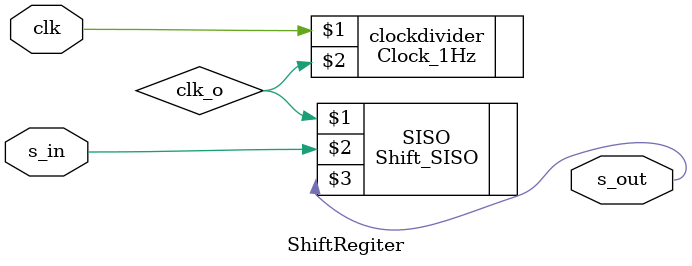
<source format=v>
`timescale 1ns / 1ps
module ShiftRegiter(
input wire clk, 
input wire s_in,
output wire s_out 
 );
 
 wire clk_o ;
// module instance
Clock_1Hz clockdivider (clk, clk_o) ;
Shift_SISO SISO (clk_o,s_in,s_out);
endmodule




</source>
